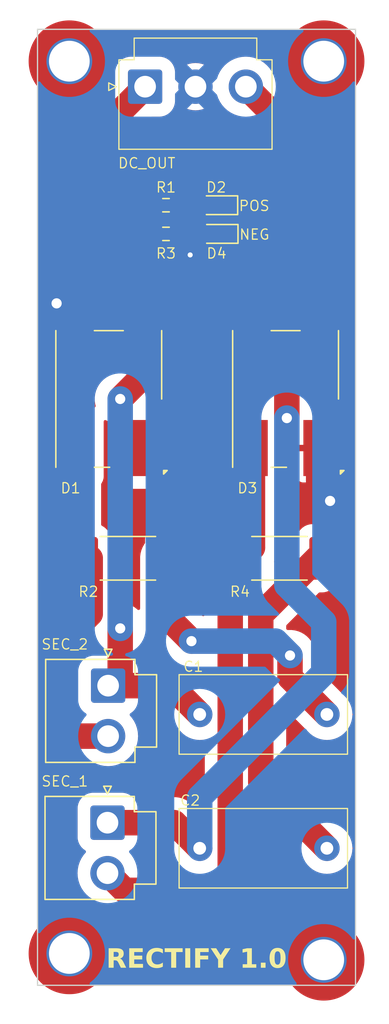
<source format=kicad_pcb>
(kicad_pcb (version 20240108) (generator "pcbnew") (generator_version "8.0")
  (layers (0 "F.Cu" signal) (31 "B.Cu" signal) (34 "B.Paste" user) (35 "F.Paste" user) (36 "B.SilkS" user "B.Silkscreen") (37 "F.SilkS" user "F.Silkscreen") (38 "B.Mask" user) (39 "F.Mask" user) (44 "Edge.Cuts" user))
  (net 0 "")
  (net 1 "PGND")
  (net 2 "VPOUT")
  (net 3 "VPOS")
  (net 4 "VNEGNEG")
  (net 5 "Net-(C1-Pad2)")
  (net 6 "VMOUT")
  (net 7 "Net-(C2-Pad2)")
  (net 8 "Net-(D2-A)")
  (net 9 "VNEG")
  (net 10 "VPOSNEG")
  (net 11 "Net-(D4-A)")
  (footprint "LED_SMD:LED_0603_1608Metric_Pad1.05x0.95mm_HandSolder" (layer "F.Cu") (at 114.1 96.05 180)
    (property "Reference" "D4" (at 0.025 -1.53 0) (layer "F.SilkS") (effects (font (size 0.8 0.8) (thickness 0.1))))
    (property "Value" "BLUE")
    (fp_line (start 0.8 -0.735) (end -1.66 -0.735) (stroke (width 0.12)) (layer "F.SilkS"))
    (fp_line (start -1.66 0.735) (end 0.8 0.735) (stroke (width 0.12)) (layer "F.SilkS"))
    (fp_line (start -1.66 -0.735) (end -1.66 0.735) (stroke (width 0.12)) (layer "F.SilkS"))
    (pad "1" smd roundrect (at -0.875 0 180) (size 1.05 0.95) (layers "F.Cu" "F.Paste" "F.Mask") (net 6 "VMOUT"))
    (pad "2" smd roundrect (at 0.875 0 180) (size 1.05 0.95) (layers "F.Cu" "F.Paste" "F.Mask") (net 11 "Net-(D4-A)"))
  )
  (footprint "MountingHole:MountingHole_3.2mm_M3_Pad_TopOnly" (layer "F.Cu") (at 122.5 82.5)
    (property "Reference" "H4" (hide yes))
    (property "Value" "MountingHole")
    (pad "1" thru_hole circle (at 0 0) (size 3.6 3.6) (drill 3.2) (layers "*.Cu" "*.Mask"))
    (pad "1" connect circle (at 0 0) (size 6.4 6.4) (layers "F.Cu" "F.Mask"))
  )
  (footprint "Connector_JST:JST_VH_B2P-VH-B_1x02_P3.96mm_Vertical" (layer "F.Cu") (at 105.5 142.2425 -90)
    (property "Reference" "J3" (hide yes))
    (property "Value" "Conn_01x02_Male")
    (fp_line (start -2.06 4.91) (end -2.06 -2.11) (stroke (width 0.12)) (layer "F.SilkS"))
    (fp_line (start 6.02 4.91) (end -2.06 4.91) (stroke (width 0.12)) (layer "F.SilkS"))
    (fp_line (start -2.86 0.3) (end -2.86 -0.3) (stroke (width 0.12)) (layer "F.SilkS"))
    (fp_line (start -2.26 0) (end -2.86 0.3) (stroke (width 0.12)) (layer "F.SilkS"))
    (fp_line (start -2.86 -0.3) (end -2.26 0) (stroke (width 0.12)) (layer "F.SilkS"))
    (fp_line (start -2.06 -2.11) (end -0.86 -2.11) (stroke (width 0.12)) (layer "F.SilkS"))
    (fp_line (start -0.86 -2.11) (end -0.86 -3.81) (stroke (width 0.12)) (layer "F.SilkS"))
    (fp_line (start 4.82 -2.11) (end 6.02 -2.11) (stroke (width 0.12)) (layer "F.SilkS"))
    (fp_line (start 6.02 -2.11) (end 6.02 4.91) (stroke (width 0.12)) (layer "F.SilkS"))
    (fp_line (start -0.86 -3.81) (end 4.82 -3.81) (stroke (width 0.12)) (layer "F.SilkS"))
    (fp_line (start 4.82 -3.81) (end 4.82 -2.11) (stroke (width 0.12)) (layer "F.SilkS"))
    (pad "1" thru_hole roundrect (at 0 0 270) (size 2.7 2.7) (drill 1.7) (layers "*.Cu" "*.Mask") (roundrect_rratio 0.09259296296) (net 9 "VNEG"))
    (pad "2" thru_hole circle (at 3.96 0 270) (size 2.7 2.7) (drill 1.7) (layers "*.Cu" "*.Mask") (net 4 "VNEGNEG"))
  )
  (footprint "MountingHole:MountingHole_3.2mm_M3_Pad_TopOnly" (layer "F.Cu") (at 102.5 152.5)
    (property "Reference" "H2" (hide yes))
    (property "Value" "MountingHole")
    (pad "1" thru_hole circle (at 0 0) (size 3.6 3.6) (drill 3.2) (layers "*.Cu" "*.Mask"))
    (pad "1" connect circle (at 0 0) (size 6.4 6.4) (layers "F.Cu" "F.Mask"))
  )
  (footprint "Resistor_SMD:R_2512_6332Metric" (layer "F.Cu") (at 107.105 121.5 180)
    (property "Reference" "R2" (at 3.105 -2.62 0) (layer "F.SilkS") (effects (font (size 0.8 0.8) (thickness 0.1))))
    (property "Value" "10R 2W")
    (fp_line (start -2.177064 1.71) (end 2.177064 1.71) (stroke (width 0.12)) (layer "F.SilkS"))
    (fp_line (start -2.177064 -1.71) (end 2.177064 -1.71) (stroke (width 0.12)) (layer "F.SilkS"))
    (pad "1" smd roundrect (at -2.9625 0 180) (size 1.225 3.35) (layers "F.Cu" "F.Paste" "F.Mask") (roundrect_rratio 0.204082) (net 5 "Net-(C1-Pad2)"))
    (pad "2" smd roundrect (at 2.9625 0 180) (size 1.225 3.35) (layers "F.Cu" "F.Paste" "F.Mask") (roundrect_rratio 0.204082) (net 10 "VPOSNEG"))
  )
  (footprint "Capacitor_THT:C_Rect_L13.0mm_W6.0mm_P10.00mm_FKS3_FKP3_MKS4" (layer "F.Cu") (at 112.75 133.75)
    (property "Reference" "C1" (at -0.5 -3.75 0) (layer "F.SilkS") (effects (font (size 0.8 0.8) (thickness 0.1))))
    (property "Value" "100N")
    (fp_line (start -1.62 -3.12) (end -1.62 3.12) (stroke (width 0.1)) (layer "F.SilkS"))
    (fp_line (start -1.62 -3.12) (end 11.62 -3.12) (stroke (width 0.1)) (layer "F.SilkS"))
    (fp_line (start -1.62 3.12) (end 11.62 3.12) (stroke (width 0.1)) (layer "F.SilkS"))
    (fp_line (start 11.62 -3.12) (end 11.62 3.12) (stroke (width 0.1)) (layer "F.SilkS"))
    (pad "1" thru_hole circle (at 0 0) (size 2 2) (drill 1) (layers "*.Cu" "*.Mask") (net 3 "VPOS"))
    (pad "2" thru_hole circle (at 10 0) (size 2 2) (drill 1) (layers "*.Cu" "*.Mask") (net 5 "Net-(C1-Pad2)"))
  )
  (footprint "Connector_JST:JST_VH_B2P-VH-B_1x02_P3.96mm_Vertical" (layer "F.Cu") (at 105.55 131.4925 -90)
    (property "Reference" "J2" (hide yes))
    (property "Value" "Conn_01x02_Male")
    (fp_line (start -2.06 4.91) (end -2.06 -2.11) (stroke (width 0.12)) (layer "F.SilkS"))
    (fp_line (start 6.02 4.91) (end -2.06 4.91) (stroke (width 0.12)) (layer "F.SilkS"))
    (fp_line (start -2.86 0.3) (end -2.86 -0.3) (stroke (width 0.12)) (layer "F.SilkS"))
    (fp_line (start -2.26 0) (end -2.86 0.3) (stroke (width 0.12)) (layer "F.SilkS"))
    (fp_line (start -2.86 -0.3) (end -2.26 0) (stroke (width 0.12)) (layer "F.SilkS"))
    (fp_line (start -2.06 -2.11) (end -0.86 -2.11) (stroke (width 0.12)) (layer "F.SilkS"))
    (fp_line (start -0.86 -2.11) (end -0.86 -3.81) (stroke (width 0.12)) (layer "F.SilkS"))
    (fp_line (start 4.82 -2.11) (end 6.02 -2.11) (stroke (width 0.12)) (layer "F.SilkS"))
    (fp_line (start 6.02 -2.11) (end 6.02 4.91) (stroke (width 0.12)) (layer "F.SilkS"))
    (fp_line (start -0.86 -3.81) (end 4.82 -3.81) (stroke (width 0.12)) (layer "F.SilkS"))
    (fp_line (start 4.82 -3.81) (end 4.82 -2.11) (stroke (width 0.12)) (layer "F.SilkS"))
    (pad "1" thru_hole roundrect (at 0 0 270) (size 2.7 2.7) (drill 1.7) (layers "*.Cu" "*.Mask") (roundrect_rratio 0.09259296296) (net 3 "VPOS"))
    (pad "2" thru_hole circle (at 3.96 0 270) (size 2.7 2.7) (drill 1.7) (layers "*.Cu" "*.Mask") (net 10 "VPOSNEG"))
  )
  (footprint "Resistor_SMD:R_0603_1608Metric_Pad0.98x0.95mm_HandSolder" (layer "F.Cu") (at 110.1 96.05)
    (property "Reference" "R3" (at 0 1.53 0) (layer "F.SilkS") (effects (font (size 0.8 0.8) (thickness 0.1))))
    (property "Value" "16K")
    (fp_line (start -0.254724 -0.5225) (end 0.254724 -0.5225) (stroke (width 0.12)) (layer "F.SilkS"))
    (fp_line (start -0.254724 0.5225) (end 0.254724 0.5225) (stroke (width 0.12)) (layer "F.SilkS"))
    (pad "1" smd roundrect (at -0.9125 0) (size 0.975 0.95) (layers "F.Cu" "F.Paste" "F.Mask") (net 1 "PGND"))
    (pad "2" smd roundrect (at 0.9125 0) (size 0.975 0.95) (layers "F.Cu" "F.Paste" "F.Mask") (net 11 "Net-(D4-A)"))
  )
  (footprint "Resistor_SMD:R_0603_1608Metric_Pad0.98x0.95mm_HandSolder" (layer "F.Cu") (at 110.1 93.8)
    (property "Reference" "R1" (at 0 -1.4 0) (layer "F.SilkS") (effects (font (size 0.8 0.8) (thickness 0.1))))
    (property "Value" "16K")
    (fp_line (start -0.254724 -0.5225) (end 0.254724 -0.5225) (stroke (width 0.12)) (layer "F.SilkS"))
    (fp_line (start -0.254724 0.5225) (end 0.254724 0.5225) (stroke (width 0.12)) (layer "F.SilkS"))
    (pad "1" smd roundrect (at -0.9125 0) (size 0.975 0.95) (layers "F.Cu" "F.Paste" "F.Mask") (net 2 "VPOUT"))
    (pad "2" smd roundrect (at 0.9125 0) (size 0.975 0.95) (layers "F.Cu" "F.Paste" "F.Mask") (net 8 "Net-(D2-A)"))
  )
  (footprint "Capacitor_THT:C_Rect_L13.0mm_W6.0mm_P10.00mm_FKS3_FKP3_MKS4" (layer "F.Cu") (at 112.75 144.25)
    (property "Reference" "C2" (at -0.75 -3.75 0) (layer "F.SilkS") (effects (font (size 0.8 0.8) (thickness 0.1))))
    (property "Value" "100N")
    (fp_line (start -1.62 -3.12) (end -1.62 3.12) (stroke (width 0.1)) (layer "F.SilkS"))
    (fp_line (start -1.62 -3.12) (end 11.62 -3.12) (stroke (width 0.1)) (layer "F.SilkS"))
    (fp_line (start -1.62 3.12) (end 11.62 3.12) (stroke (width 0.1)) (layer "F.SilkS"))
    (fp_line (start 11.62 -3.12) (end 11.62 3.12) (stroke (width 0.1)) (layer "F.SilkS"))
    (pad "1" thru_hole circle (at 0 0) (size 2 2) (drill 1) (layers "*.Cu" "*.Mask") (net 9 "VNEG"))
    (pad "2" thru_hole circle (at 10 0) (size 2 2) (drill 1) (layers "*.Cu" "*.Mask") (net 7 "Net-(C2-Pad2)"))
  )
  (footprint "Diode_SMD:Diode_Bridge_Bourns_CD-DF4xxS" (layer "F.Cu") (at 105.6 109 180)
    (property "Reference" "D1" (at 3 -7 0) (layer "F.SilkS") (effects (font (size 0.8 0.8) (thickness 0.1))))
    (property "Value" "652-CD-DF408SL")
    (fp_line (start 4.16 -5.36) (end 4.16 5.36) (stroke (width 0.12)) (layer "F.SilkS"))
    (fp_line (start -0.07 -5.36) (end 1.13 -5.36) (stroke (width 0.12)) (layer "F.SilkS"))
    (fp_line (start -1.14 5.36) (end 1.13 5.36) (stroke (width 0.12)) (layer "F.SilkS"))
    (fp_line (start -4.16 0) (end -4.16 5.36) (stroke (width 0.12)) (layer "F.SilkS"))
    (fp_poly (pts (xy -4.31 -5.61) (xy -4.59 -5.61) (xy -4.31 -5.89) (xy -4.31 -5.61)) (stroke (width 0.12)) (fill solid) (layer "F.SilkS"))
    (pad "1" smd rect (at -2.6 -3.85 180) (size 2.4 4.4) (layers "F.Cu" "F.Paste" "F.Mask") (net 2 "VPOUT"))
    (pad "2" smd rect (at -2.6 3.85 180) (size 2.4 4.4) (layers "F.Cu" "F.Paste" "F.Mask") (net 3 "VPOS"))
    (pad "3" smd rect (at 2.6 3.85 180) (size 2.4 4.4) (layers "F.Cu" "F.Paste" "F.Mask") (net 1 "PGND"))
    (pad "4" smd rect (at 2.6 -3.85 180) (size 2.4 4.4) (layers "F.Cu" "F.Paste" "F.Mask") (net 10 "VPOSNEG"))
  )
  (footprint "Diode_SMD:Diode_Bridge_Bourns_CD-DF4xxS" (layer "F.Cu") (at 119.5 109 180)
    (property "Reference" "D3" (at 3 -7 0) (layer "F.SilkS") (effects (font (size 0.8 0.8) (thickness 0.1))))
    (property "Value" "652-CD-DF408SL")
    (fp_line (start 4.16 -5.36) (end 4.16 5.36) (stroke (width 0.12)) (layer "F.SilkS"))
    (fp_line (start -0.07 -5.36) (end 1.13 -5.36) (stroke (width 0.12)) (layer "F.SilkS"))
    (fp_line (start -1.14 5.36) (end 1.13 5.36) (stroke (width 0.12)) (layer "F.SilkS"))
    (fp_line (start -4.16 0) (end -4.16 5.36) (stroke (width 0.12)) (layer "F.SilkS"))
    (fp_poly (pts (xy -4.31 -5.61) (xy -4.59 -5.61) (xy -4.31 -5.89) (xy -4.31 -5.61)) (stroke (width 0.12)) (fill solid) (layer "F.SilkS"))
    (pad "1" smd rect (at -2.6 -3.85 180) (size 2.4 4.4) (layers "F.Cu" "F.Paste" "F.Mask") (net 1 "PGND"))
    (pad "2" smd rect (at -2.6 3.85 180) (size 2.4 4.4) (layers "F.Cu" "F.Paste" "F.Mask") (net 9 "VNEG"))
    (pad "3" smd rect (at 2.6 3.85 180) (size 2.4 4.4) (layers "F.Cu" "F.Paste" "F.Mask") (net 6 "VMOUT"))
    (pad "4" smd rect (at 2.6 -3.85 180) (size 2.4 4.4) (layers "F.Cu" "F.Paste" "F.Mask") (net 4 "VNEGNEG"))
  )
  (footprint "LED_SMD:LED_0603_1608Metric_Pad1.05x0.95mm_HandSolder" (layer "F.Cu") (at 114.075 93.8 180)
    (property "Reference" "D2" (at 0.025 1.4 0) (layer "F.SilkS") (effects (font (size 0.8 0.8) (thickness 0.1))))
    (property "Value" "YELLOW")
    (fp_line (start 0.8 -0.735) (end -1.66 -0.735) (stroke (width 0.12)) (layer "F.SilkS"))
    (fp_line (start -1.66 0.735) (end 0.8 0.735) (stroke (width 0.12)) (layer "F.SilkS"))
    (fp_line (start -1.66 -0.735) (end -1.66 0.735) (stroke (width 0.12)) (layer "F.SilkS"))
    (pad "1" smd roundrect (at -0.875 0 180) (size 1.05 0.95) (layers "F.Cu" "F.Paste" "F.Mask") (net 1 "PGND"))
    (pad "2" smd roundrect (at 0.875 0 180) (size 1.05 0.95) (layers "F.Cu" "F.Paste" "F.Mask") (net 8 "Net-(D2-A)"))
  )
  (footprint "MountingHole:MountingHole_3.2mm_M3_Pad_TopOnly" (layer "F.Cu") (at 122.5 153)
    (property "Reference" "H1" (hide yes))
    (property "Value" "MountingHole")
    (pad "1" thru_hole circle (at 0 0) (size 3.6 3.6) (drill 3.2) (layers "*.Cu" "*.Mask"))
    (pad "1" connect circle (at 0 0) (size 6.4 6.4) (layers "F.Cu" "F.Mask"))
  )
  (footprint "Connector_JST:JST_VH_B3P-VH_1x03_P3.96mm_Vertical" (layer "F.Cu") (at 108.4575 84.5)
    (property "Reference" "J1" (hide yes))
    (property "Value" "Conn_01x03_Male")
    (fp_line (start -2.86 -0.3) (end -2.26 0) (stroke (width 0.1)) (layer "F.SilkS"))
    (fp_line (start -2.86 0.3) (end -2.86 -0.3) (stroke (width 0.1)) (layer "F.SilkS"))
    (fp_line (start -2.26 0) (end -2.86 0.3) (stroke (width 0.1)) (layer "F.SilkS"))
    (fp_line (start -2.06 -2.11) (end -0.86 -2.11) (stroke (width 0.1)) (layer "F.SilkS"))
    (fp_line (start -2.06 4.91) (end -2.06 -2.11) (stroke (width 0.1)) (layer "F.SilkS"))
    (fp_line (start -0.86 -3.81) (end 8.78 -3.81) (stroke (width 0.1)) (layer "F.SilkS"))
    (fp_line (start -0.86 -2.11) (end -0.86 -3.81) (stroke (width 0.1)) (layer "F.SilkS"))
    (fp_line (start 8.78 -3.81) (end 8.78 -2.11) (stroke (width 0.1)) (layer "F.SilkS"))
    (fp_line (start 8.78 -2.11) (end 9.98 -2.11) (stroke (width 0.1)) (layer "F.SilkS"))
    (fp_line (start 9.98 -2.11) (end 9.98 4.91) (stroke (width 0.1)) (layer "F.SilkS"))
    (fp_line (start 9.98 4.91) (end -2.06 4.91) (stroke (width 0.1)) (layer "F.SilkS"))
    (pad "1" thru_hole roundrect (at 0 0) (size 2.7 2.7) (drill 1.7) (layers "*.Cu" "*.Mask") (roundrect_rratio 0.09259296296) (net 2 "VPOUT"))
    (pad "2" thru_hole circle (at 3.96 0) (size 2.7 2.7) (drill 1.7) (layers "*.Cu" "*.Mask") (net 1 "PGND"))
    (pad "3" thru_hole circle (at 7.92 0) (size 2.7 2.7) (drill 1.7) (layers "*.Cu" "*.Mask") (net 6 "VMOUT"))
  )
  (footprint "Resistor_SMD:R_2512_6332Metric" (layer "F.Cu") (at 119.02 121.5 180)
    (property "Reference" "R4" (at 3.105 -2.62 0) (layer "F.SilkS") (effects (font (size 0.8 0.8) (thickness 0.1))))
    (property "Value" "10R 2W")
    (fp_line (start -2.177064 1.71) (end 2.177064 1.71) (stroke (width 0.12)) (layer "F.SilkS"))
    (fp_line (start -2.177064 -1.71) (end 2.177064 -1.71) (stroke (width 0.12)) (layer "F.SilkS"))
    (pad "1" smd roundrect (at -2.9625 0 180) (size 1.225 3.35) (layers "F.Cu" "F.Paste" "F.Mask") (roundrect_rratio 0.204082) (net 7 "Net-(C2-Pad2)"))
    (pad "2" smd roundrect (at 2.9625 0 180) (size 1.225 3.35) (layers "F.Cu" "F.Paste" "F.Mask") (roundrect_rratio 0.204082) (net 4 "VNEGNEG"))
  )
  (footprint "MountingHole:MountingHole_3.2mm_M3_Pad_TopOnly" (layer "F.Cu") (at 102.5 82.5)
    (property "Reference" "H3" (hide yes))
    (property "Value" "MountingHole")
    (pad "1" thru_hole circle (at 0 0) (size 3.6 3.6) (drill 3.2) (layers "*.Cu" "*.Mask"))
    (pad "1" connect circle (at 0 0) (size 6.4 6.4) (layers "F.Cu" "F.Mask"))
  )
  (gr_line (start 100 80) (end 125 80) (stroke (width 0.1)) (layer "Edge.Cuts"))
  (gr_line (start 125 155) (end 100 155) (stroke (width 0.1)) (layer "Edge.Cuts"))
  (gr_line (start 100 155) (end 100 80) (stroke (width 0.1)) (layer "Edge.Cuts"))
  (gr_line (start 125 80) (end 125 155) (stroke (width 0.1)) (layer "Edge.Cuts"))
  (gr_text "RECTIFY 1.0" (at 112.5 153 0) (layer "F.SilkS") (effects (font (size 1.5 1.5) (thickness 0.1) (bold yes))))
  (gr_text "DC_OUT" (at 110.9 90.5 0) (layer "F.SilkS") (effects (font (size 0.8 0.8) (thickness 0.1)) (justify right)))
  (gr_text "SEC_2" (at 100.25 128.25 0) (layer "F.SilkS") (effects (font (size 0.8 0.8) (thickness 0.1)) (justify left)))
  (gr_text "POS" (at 118.3 93.85 0) (layer "F.SilkS") (effects (font (size 0.8 0.8) (thickness 0.1)) (justify right)))
  (gr_text "SEC_1" (at 100.25 139 0) (layer "F.SilkS") (effects (font (size 0.8 0.8) (thickness 0.1)) (justify left)))
  (gr_text "NEG\n" (at 118.3 96.1 0) (layer "F.SilkS") (effects (font (size 0.8 0.8) (thickness 0.1)) (justify right)))
  (segment (start 103.7 105.15) (end 103.7 103.7) (width 2) (layer "F.Cu") (net 1))
  (segment (start 109.1875 96.05) (end 110.8375 97.7) (width 0.4) (layer "F.Cu") (net 1))
  (segment (start 122.1 112.85) (end 122.1 116.1) (width 2) (layer "F.Cu") (net 1))
  (segment (start 116.025 93.75) (end 116.025 92.975) (width 0.4) (layer "F.Cu") (net 1))
  (segment (start 116.025 92.975) (end 116.5 92.5) (width 0.4) (layer "F.Cu") (net 1))
  (segment (start 110.8375 97.7) (end 112 97.7) (width 0.4) (layer "F.Cu") (net 1))
  (segment (start 122.1 116.1) (end 123 117) (width 2) (layer "F.Cu") (net 1))
  (segment (start 103.7 103.7) (end 101.5 101.5) (width 2) (layer "F.Cu") (net 1))
  (via (at 123 117) (size 1.5) (drill 0.8) (layers "F.Cu" "B.Cu") (net 1))
  (via (at 101.5 101.5) (size 1.5) (drill 0.8) (layers "F.Cu" "B.Cu") (net 1))
  (via (at 112 97.7) (size 0.8) (drill 0.4) (layers "F.Cu" "B.Cu") (net 1))
  (segment (start 106 94) (end 106 86.9575) (width 2) (layer "F.Cu") (net 2))
  (segment (start 108.9 112.85) (end 111.5 110.25) (width 2) (layer "F.Cu") (net 2))
  (segment (start 106.25 93.75) (end 106 94) (width 0.4) (layer "F.Cu") (net 2))
  (segment (start 111.5 110.25) (end 111.5 101.9) (width 2) (layer "F.Cu") (net 2))
  (segment (start 109.1375 93.75) (end 106.25 93.75) (width 0.4) (layer "F.Cu") (net 2))
  (segment (start 106 86.9575) (end 108.4575 84.5) (width 2) (layer "F.Cu") (net 2))
  (segment (start 111.5 101.9) (end 106 96.4) (width 2) (layer "F.Cu") (net 2))
  (segment (start 109.1875 93.8) (end 109.1375 93.75) (width 0.4) (layer "F.Cu") (net 2))
  (segment (start 106 96.4) (end 106 94) (width 2) (layer "F.Cu") (net 2))
  (segment (start 108.2 107.3) (end 106.5 109) (width 2) (layer "F.Cu") (net 3))
  (segment (start 105.55 131.4925) (end 110.4925 131.4925) (width 2) (layer "F.Cu") (net 3))
  (segment (start 108.2 105.15) (end 108.2 107.3) (width 2) (layer "F.Cu") (net 3))
  (segment (start 106.5 127) (end 106.5 130.5425) (width 2) (layer "F.Cu") (net 3))
  (segment (start 106.5 130.5425) (end 105.55 131.4925) (width 2) (layer "F.Cu") (net 3))
  (segment (start 110.4925 131.4925) (end 112.75 133.75) (width 2) (layer "F.Cu") (net 3))
  (via (at 106.5 127) (size 1.5) (drill 0.8) (layers "F.Cu" "B.Cu") (net 3))
  (via (at 106.5 109) (size 1.5) (drill 0.8) (layers "F.Cu" "B.Cu") (net 3))
  (segment (start 106.5 109) (end 106.5 127) (width 2) (layer "B.Cu") (net 3))
  (segment (start 105.5 146.2025) (end 106.85 147.5525) (width 2) (layer "F.Cu") (net 4))
  (segment (start 115.15 146.35) (end 115.15 122.4075) (width 2) (layer "F.Cu") (net 4))
  (segment (start 115.15 122.4075) (end 116.0575 121.5) (width 2) (layer "F.Cu") (net 4))
  (segment (start 113.9475 147.5525) (end 115.15 146.35) (width 2) (layer "F.Cu") (net 4))
  (segment (start 116.9 120.6575) (end 116.0575 121.5) (width 2) (layer "F.Cu") (net 4))
  (segment (start 116.9 112.85) (end 116.9 120.6575) (width 2) (layer "F.Cu") (net 4))
  (segment (start 106.85 147.5525) (end 113.9475 147.5525) (width 2) (layer "F.Cu") (net 4))
  (segment (start 110.0675 125.9675) (end 112.1 128) (width 2) (layer "F.Cu") (net 5))
  (segment (start 119.85 130.85) (end 119.85 129.126346) (width 2) (layer "F.Cu") (net 5))
  (segment (start 122.75 133.75) (end 119.85 130.85) (width 2) (layer "F.Cu") (net 5))
  (segment (start 110.0675 121.5) (end 110.0675 125.9675) (width 2) (layer "F.Cu") (net 5))
  (via (at 112.1 128) (size 1.5) (drill 0.8) (layers "F.Cu" "B.Cu") (net 5))
  (via (at 119.85 129.126346) (size 1.5) (drill 0.8) (layers "F.Cu" "B.Cu") (net 5))
  (segment (start 112.1 128) (end 118.723654 128) (width 2) (layer "B.Cu") (net 5))
  (segment (start 118.723654 128) (end 119.85 129.126346) (width 2) (layer "B.Cu") (net 5))
  (segment (start 114.975 96.05) (end 118.55 96.05) (width 0.4) (layer "F.Cu") (net 6))
  (segment (start 116.3775 84.5) (end 120 88.1225) (width 2) (layer "F.Cu") (net 6))
  (segment (start 116.9 102.6) (end 116.9 105.15) (width 2) (layer "F.Cu") (net 6))
  (segment (start 118.55 96.05) (end 120 97.5) (width 0.4) (layer "F.Cu") (net 6))
  (segment (start 120 97.5) (end 120 99.5) (width 2) (layer "F.Cu") (net 6))
  (segment (start 120 88.1225) (end 120 97.5) (width 2) (layer "F.Cu") (net 6))
  (segment (start 120 99.5) (end 116.9 102.6) (width 2) (layer "F.Cu") (net 6))
  (segment (start 117.55 125.9325) (end 117.55 139.05) (width 2) (layer "F.Cu") (net 7))
  (segment (start 117.55 139.05) (end 122.75 144.25) (width 2) (layer "F.Cu") (net 7))
  (segment (start 121.9825 121.5) (end 117.55 125.9325) (width 2) (layer "F.Cu") (net 7))
  (segment (start 113.2 93.8) (end 111.0125 93.8) (width 0.4) (layer "F.Cu") (net 8))
  (segment (start 105.5 142.2425) (end 110.7425 142.2425) (width 2) (layer "F.Cu") (net 9))
  (segment (start 119.6 107.65) (end 119.6 110.5) (width 2) (layer "F.Cu") (net 9))
  (segment (start 110.7425 142.2425) (end 112.75 144.25) (width 2) (layer "F.Cu") (net 9))
  (segment (start 122.1 105.15) (end 119.6 107.65) (width 2) (layer "F.Cu") (net 9))
  (via (at 119.6 110.5) (size 1.5) (drill 0.8) (layers "F.Cu" "B.Cu") (net 9))
  (segment (start 119.6 123.6) (end 122.5 126.5) (width 2) (layer "B.Cu") (net 9))
  (segment (start 112.75 140.25) (end 112.75 144.25) (width 2) (layer "B.Cu") (net 9))
  (segment (start 122.5 130.5) (end 112.75 140.25) (width 2) (layer "B.Cu") (net 9))
  (segment (start 122.5 126.5) (end 122.5 130.5) (width 2) (layer "B.Cu") (net 9))
  (segment (start 119.6 110.5) (end 119.6 123.6) (width 2) (layer "B.Cu") (net 9))
  (segment (start 101.5 134) (end 102.9525 135.4525) (width 2) (layer "F.Cu") (net 10))
  (segment (start 101.5 128.5) (end 101.5 134) (width 2) (layer "F.Cu") (net 10))
  (segment (start 102.9525 135.4525) (end 105.55 135.4525) (width 2) (layer "F.Cu") (net 10))
  (segment (start 104.1425 125.8575) (end 101.5 128.5) (width 2) (layer "F.Cu") (net 10))
  (segment (start 103 113.55) (end 103 120.3575) (width 2) (layer "F.Cu") (net 10))
  (segment (start 104.1425 121.5) (end 104.1425 125.8575) (width 2) (layer "F.Cu") (net 10))
  (segment (start 103 120.3575) (end 104.1425 121.5) (width 2) (layer "F.Cu") (net 10))
  (segment (start 113.225 96.05) (end 111.0125 96.05) (width 0.4) (layer "F.Cu") (net 11))
  (zone (net 1) (net_name "PGND") (layer "F.Cu") (priority 1) (connect_pads (clearance 1)) (min_thickness 0.25) (fill yes (thermal_gap 0.5) (thermal_bridge_width 0.5))
    (polygon (pts (xy 98.6 77.7) (xy 126.9 77.7) (xy 126.9 157.6) (xy 126.8 157.7) (xy 98.7 157.7) (xy 98.2 157.2) (xy 98.2 78.1)))
  )
  (zone (net 1) (net_name "PGND") (layer "B.Cu") (connect_pads (clearance 1)) (min_thickness 0.254) (fill yes (thermal_gap 0.508) (thermal_bridge_width 1.5))
    (polygon (pts (xy 125.9 95.35) (xy 125.8 95.35) (xy 125.8 155.9) (xy 97.05 155.9) (xy 97.05 95.35) (xy 98.65 95.35) (xy 98.65 79.05) (xy 125.9 79.05)))
  )
)
</source>
